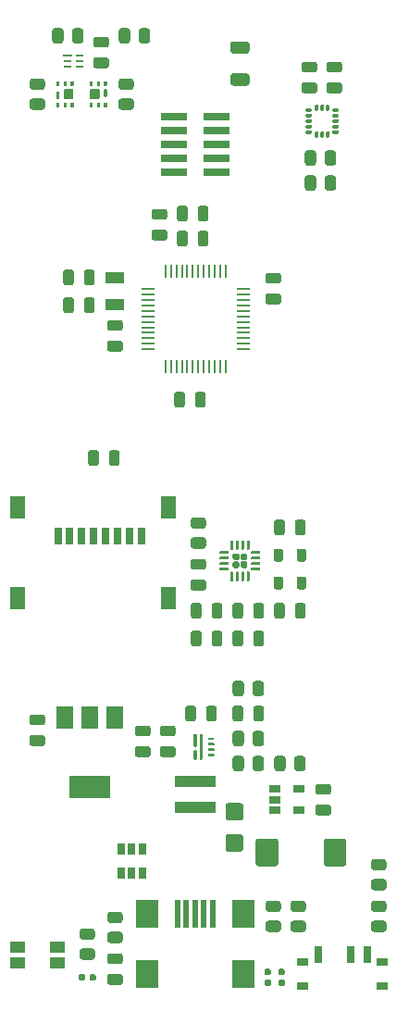
<source format=gtp>
G04 #@! TF.GenerationSoftware,KiCad,Pcbnew,5.1.12-84ad8e8a86~92~ubuntu18.04.1*
G04 #@! TF.CreationDate,2023-10-05T13:55:54+02:00*
G04 #@! TF.ProjectId,acoustic-impact-ball,61636f75-7374-4696-932d-696d70616374,rev?*
G04 #@! TF.SameCoordinates,Original*
G04 #@! TF.FileFunction,Paste,Top*
G04 #@! TF.FilePolarity,Positive*
%FSLAX46Y46*%
G04 Gerber Fmt 4.6, Leading zero omitted, Abs format (unit mm)*
G04 Created by KiCad (PCBNEW 5.1.12-84ad8e8a86~92~ubuntu18.04.1) date 2023-10-05 13:55:54*
%MOMM*%
%LPD*%
G01*
G04 APERTURE LIST*
%ADD10R,1.400000X1.050000*%
%ADD11R,0.650000X1.060000*%
%ADD12R,0.800000X1.500000*%
%ADD13R,1.450000X2.000000*%
%ADD14R,2.400000X0.740000*%
%ADD15R,0.700000X1.500000*%
%ADD16R,1.000000X0.800000*%
%ADD17R,1.300000X0.250000*%
%ADD18R,0.250000X1.300000*%
%ADD19R,1.060000X0.650000*%
%ADD20R,3.800000X2.000000*%
%ADD21R,1.500000X2.000000*%
%ADD22R,1.800000X1.000000*%
%ADD23R,0.600000X0.250000*%
%ADD24R,3.700000X0.980000*%
%ADD25R,2.000000X2.500000*%
%ADD26R,0.500000X2.500000*%
%ADD27R,0.850000X0.280000*%
%ADD28R,0.750000X0.280000*%
G04 APERTURE END LIST*
D10*
X2772000Y-87085000D03*
X6372000Y-87085000D03*
X6372000Y-85635000D03*
X2772000Y-85635000D03*
G36*
G01*
X17346000Y-19017000D02*
X17346000Y-18067000D01*
G75*
G02*
X17596000Y-17817000I250000J0D01*
G01*
X18096000Y-17817000D01*
G75*
G02*
X18346000Y-18067000I0J-250000D01*
G01*
X18346000Y-19017000D01*
G75*
G02*
X18096000Y-19267000I-250000J0D01*
G01*
X17596000Y-19267000D01*
G75*
G02*
X17346000Y-19017000I0J250000D01*
G01*
G37*
G36*
G01*
X19246000Y-19017000D02*
X19246000Y-18067000D01*
G75*
G02*
X19496000Y-17817000I250000J0D01*
G01*
X19996000Y-17817000D01*
G75*
G02*
X20246000Y-18067000I0J-250000D01*
G01*
X20246000Y-19017000D01*
G75*
G02*
X19996000Y-19267000I-250000J0D01*
G01*
X19496000Y-19267000D01*
G75*
G02*
X19246000Y-19017000I0J250000D01*
G01*
G37*
G36*
G01*
X18992000Y-36035000D02*
X18992000Y-35085000D01*
G75*
G02*
X19242000Y-34835000I250000J0D01*
G01*
X19742000Y-34835000D01*
G75*
G02*
X19992000Y-35085000I0J-250000D01*
G01*
X19992000Y-36035000D01*
G75*
G02*
X19742000Y-36285000I-250000J0D01*
G01*
X19242000Y-36285000D01*
G75*
G02*
X18992000Y-36035000I0J250000D01*
G01*
G37*
G36*
G01*
X17092000Y-36035000D02*
X17092000Y-35085000D01*
G75*
G02*
X17342000Y-34835000I250000J0D01*
G01*
X17842000Y-34835000D01*
G75*
G02*
X18092000Y-35085000I0J-250000D01*
G01*
X18092000Y-36035000D01*
G75*
G02*
X17842000Y-36285000I-250000J0D01*
G01*
X17342000Y-36285000D01*
G75*
G02*
X17092000Y-36035000I0J250000D01*
G01*
G37*
G36*
G01*
X12159000Y-31168000D02*
X11209000Y-31168000D01*
G75*
G02*
X10959000Y-30918000I0J250000D01*
G01*
X10959000Y-30418000D01*
G75*
G02*
X11209000Y-30168000I250000J0D01*
G01*
X12159000Y-30168000D01*
G75*
G02*
X12409000Y-30418000I0J-250000D01*
G01*
X12409000Y-30918000D01*
G75*
G02*
X12159000Y-31168000I-250000J0D01*
G01*
G37*
G36*
G01*
X12159000Y-29268000D02*
X11209000Y-29268000D01*
G75*
G02*
X10959000Y-29018000I0J250000D01*
G01*
X10959000Y-28518000D01*
G75*
G02*
X11209000Y-28268000I250000J0D01*
G01*
X12159000Y-28268000D01*
G75*
G02*
X12409000Y-28518000I0J-250000D01*
G01*
X12409000Y-29018000D01*
G75*
G02*
X12159000Y-29268000I-250000J0D01*
G01*
G37*
G36*
G01*
X25687000Y-25850000D02*
X26637000Y-25850000D01*
G75*
G02*
X26887000Y-26100000I0J-250000D01*
G01*
X26887000Y-26600000D01*
G75*
G02*
X26637000Y-26850000I-250000J0D01*
G01*
X25687000Y-26850000D01*
G75*
G02*
X25437000Y-26600000I0J250000D01*
G01*
X25437000Y-26100000D01*
G75*
G02*
X25687000Y-25850000I250000J0D01*
G01*
G37*
G36*
G01*
X25687000Y-23950000D02*
X26637000Y-23950000D01*
G75*
G02*
X26887000Y-24200000I0J-250000D01*
G01*
X26887000Y-24700000D01*
G75*
G02*
X26637000Y-24950000I-250000J0D01*
G01*
X25687000Y-24950000D01*
G75*
G02*
X25437000Y-24700000I0J250000D01*
G01*
X25437000Y-24200000D01*
G75*
G02*
X25687000Y-23950000I250000J0D01*
G01*
G37*
G36*
G01*
X17346000Y-21303000D02*
X17346000Y-20353000D01*
G75*
G02*
X17596000Y-20103000I250000J0D01*
G01*
X18096000Y-20103000D01*
G75*
G02*
X18346000Y-20353000I0J-250000D01*
G01*
X18346000Y-21303000D01*
G75*
G02*
X18096000Y-21553000I-250000J0D01*
G01*
X17596000Y-21553000D01*
G75*
G02*
X17346000Y-21303000I0J250000D01*
G01*
G37*
G36*
G01*
X19246000Y-21303000D02*
X19246000Y-20353000D01*
G75*
G02*
X19496000Y-20103000I250000J0D01*
G01*
X19996000Y-20103000D01*
G75*
G02*
X20246000Y-20353000I0J-250000D01*
G01*
X20246000Y-21303000D01*
G75*
G02*
X19996000Y-21553000I-250000J0D01*
G01*
X19496000Y-21553000D01*
G75*
G02*
X19246000Y-21303000I0J250000D01*
G01*
G37*
G36*
G01*
X16223000Y-19108000D02*
X15273000Y-19108000D01*
G75*
G02*
X15023000Y-18858000I0J250000D01*
G01*
X15023000Y-18358000D01*
G75*
G02*
X15273000Y-18108000I250000J0D01*
G01*
X16223000Y-18108000D01*
G75*
G02*
X16473000Y-18358000I0J-250000D01*
G01*
X16473000Y-18858000D01*
G75*
G02*
X16223000Y-19108000I-250000J0D01*
G01*
G37*
G36*
G01*
X16223000Y-21008000D02*
X15273000Y-21008000D01*
G75*
G02*
X15023000Y-20758000I0J250000D01*
G01*
X15023000Y-20258000D01*
G75*
G02*
X15273000Y-20008000I250000J0D01*
G01*
X16223000Y-20008000D01*
G75*
G02*
X16473000Y-20258000I0J-250000D01*
G01*
X16473000Y-20758000D01*
G75*
G02*
X16223000Y-21008000I-250000J0D01*
G01*
G37*
G36*
G01*
X29939000Y-7546000D02*
X28989000Y-7546000D01*
G75*
G02*
X28739000Y-7296000I0J250000D01*
G01*
X28739000Y-6796000D01*
G75*
G02*
X28989000Y-6546000I250000J0D01*
G01*
X29939000Y-6546000D01*
G75*
G02*
X30189000Y-6796000I0J-250000D01*
G01*
X30189000Y-7296000D01*
G75*
G02*
X29939000Y-7546000I-250000J0D01*
G01*
G37*
G36*
G01*
X29939000Y-5646000D02*
X28989000Y-5646000D01*
G75*
G02*
X28739000Y-5396000I0J250000D01*
G01*
X28739000Y-4896000D01*
G75*
G02*
X28989000Y-4646000I250000J0D01*
G01*
X29939000Y-4646000D01*
G75*
G02*
X30189000Y-4896000I0J-250000D01*
G01*
X30189000Y-5396000D01*
G75*
G02*
X29939000Y-5646000I-250000J0D01*
G01*
G37*
G36*
G01*
X32225000Y-5646000D02*
X31275000Y-5646000D01*
G75*
G02*
X31025000Y-5396000I0J250000D01*
G01*
X31025000Y-4896000D01*
G75*
G02*
X31275000Y-4646000I250000J0D01*
G01*
X32225000Y-4646000D01*
G75*
G02*
X32475000Y-4896000I0J-250000D01*
G01*
X32475000Y-5396000D01*
G75*
G02*
X32225000Y-5646000I-250000J0D01*
G01*
G37*
G36*
G01*
X32225000Y-7546000D02*
X31275000Y-7546000D01*
G75*
G02*
X31025000Y-7296000I0J250000D01*
G01*
X31025000Y-6796000D01*
G75*
G02*
X31275000Y-6546000I250000J0D01*
G01*
X32225000Y-6546000D01*
G75*
G02*
X32475000Y-6796000I0J-250000D01*
G01*
X32475000Y-7296000D01*
G75*
G02*
X32225000Y-7546000I-250000J0D01*
G01*
G37*
G36*
G01*
X8832000Y-24859000D02*
X8832000Y-23909000D01*
G75*
G02*
X9082000Y-23659000I250000J0D01*
G01*
X9582000Y-23659000D01*
G75*
G02*
X9832000Y-23909000I0J-250000D01*
G01*
X9832000Y-24859000D01*
G75*
G02*
X9582000Y-25109000I-250000J0D01*
G01*
X9082000Y-25109000D01*
G75*
G02*
X8832000Y-24859000I0J250000D01*
G01*
G37*
G36*
G01*
X6932000Y-24859000D02*
X6932000Y-23909000D01*
G75*
G02*
X7182000Y-23659000I250000J0D01*
G01*
X7682000Y-23659000D01*
G75*
G02*
X7932000Y-23909000I0J-250000D01*
G01*
X7932000Y-24859000D01*
G75*
G02*
X7682000Y-25109000I-250000J0D01*
G01*
X7182000Y-25109000D01*
G75*
G02*
X6932000Y-24859000I0J250000D01*
G01*
G37*
G36*
G01*
X6932000Y-27399000D02*
X6932000Y-26449000D01*
G75*
G02*
X7182000Y-26199000I250000J0D01*
G01*
X7682000Y-26199000D01*
G75*
G02*
X7932000Y-26449000I0J-250000D01*
G01*
X7932000Y-27399000D01*
G75*
G02*
X7682000Y-27649000I-250000J0D01*
G01*
X7182000Y-27649000D01*
G75*
G02*
X6932000Y-27399000I0J250000D01*
G01*
G37*
G36*
G01*
X8832000Y-27399000D02*
X8832000Y-26449000D01*
G75*
G02*
X9082000Y-26199000I250000J0D01*
G01*
X9582000Y-26199000D01*
G75*
G02*
X9832000Y-26449000I0J-250000D01*
G01*
X9832000Y-27399000D01*
G75*
G02*
X9582000Y-27649000I-250000J0D01*
G01*
X9082000Y-27649000D01*
G75*
G02*
X8832000Y-27399000I0J250000D01*
G01*
G37*
G36*
G01*
X9218000Y-41369000D02*
X9218000Y-40419000D01*
G75*
G02*
X9468000Y-40169000I250000J0D01*
G01*
X9968000Y-40169000D01*
G75*
G02*
X10218000Y-40419000I0J-250000D01*
G01*
X10218000Y-41369000D01*
G75*
G02*
X9968000Y-41619000I-250000J0D01*
G01*
X9468000Y-41619000D01*
G75*
G02*
X9218000Y-41369000I0J250000D01*
G01*
G37*
G36*
G01*
X11118000Y-41369000D02*
X11118000Y-40419000D01*
G75*
G02*
X11368000Y-40169000I250000J0D01*
G01*
X11868000Y-40169000D01*
G75*
G02*
X12118000Y-40419000I0J-250000D01*
G01*
X12118000Y-41369000D01*
G75*
G02*
X11868000Y-41619000I-250000J0D01*
G01*
X11368000Y-41619000D01*
G75*
G02*
X11118000Y-41369000I0J250000D01*
G01*
G37*
G36*
G01*
X19779000Y-51112000D02*
X18829000Y-51112000D01*
G75*
G02*
X18579000Y-50862000I0J250000D01*
G01*
X18579000Y-50362000D01*
G75*
G02*
X18829000Y-50112000I250000J0D01*
G01*
X19779000Y-50112000D01*
G75*
G02*
X20029000Y-50362000I0J-250000D01*
G01*
X20029000Y-50862000D01*
G75*
G02*
X19779000Y-51112000I-250000J0D01*
G01*
G37*
G36*
G01*
X19779000Y-53012000D02*
X18829000Y-53012000D01*
G75*
G02*
X18579000Y-52762000I0J250000D01*
G01*
X18579000Y-52262000D01*
G75*
G02*
X18829000Y-52012000I250000J0D01*
G01*
X19779000Y-52012000D01*
G75*
G02*
X20029000Y-52262000I0J-250000D01*
G01*
X20029000Y-52762000D01*
G75*
G02*
X19779000Y-53012000I-250000J0D01*
G01*
G37*
G36*
G01*
X24326000Y-55339000D02*
X24326000Y-54389000D01*
G75*
G02*
X24576000Y-54139000I250000J0D01*
G01*
X25076000Y-54139000D01*
G75*
G02*
X25326000Y-54389000I0J-250000D01*
G01*
X25326000Y-55339000D01*
G75*
G02*
X25076000Y-55589000I-250000J0D01*
G01*
X24576000Y-55589000D01*
G75*
G02*
X24326000Y-55339000I0J250000D01*
G01*
G37*
G36*
G01*
X22426000Y-55339000D02*
X22426000Y-54389000D01*
G75*
G02*
X22676000Y-54139000I250000J0D01*
G01*
X23176000Y-54139000D01*
G75*
G02*
X23426000Y-54389000I0J-250000D01*
G01*
X23426000Y-55339000D01*
G75*
G02*
X23176000Y-55589000I-250000J0D01*
G01*
X22676000Y-55589000D01*
G75*
G02*
X22426000Y-55339000I0J250000D01*
G01*
G37*
G36*
G01*
X21516000Y-54389000D02*
X21516000Y-55339000D01*
G75*
G02*
X21266000Y-55589000I-250000J0D01*
G01*
X20766000Y-55589000D01*
G75*
G02*
X20516000Y-55339000I0J250000D01*
G01*
X20516000Y-54389000D01*
G75*
G02*
X20766000Y-54139000I250000J0D01*
G01*
X21266000Y-54139000D01*
G75*
G02*
X21516000Y-54389000I0J-250000D01*
G01*
G37*
G36*
G01*
X19616000Y-54389000D02*
X19616000Y-55339000D01*
G75*
G02*
X19366000Y-55589000I-250000J0D01*
G01*
X18866000Y-55589000D01*
G75*
G02*
X18616000Y-55339000I0J250000D01*
G01*
X18616000Y-54389000D01*
G75*
G02*
X18866000Y-54139000I250000J0D01*
G01*
X19366000Y-54139000D01*
G75*
G02*
X19616000Y-54389000I0J-250000D01*
G01*
G37*
G36*
G01*
X27236000Y-54389000D02*
X27236000Y-55339000D01*
G75*
G02*
X26986000Y-55589000I-250000J0D01*
G01*
X26486000Y-55589000D01*
G75*
G02*
X26236000Y-55339000I0J250000D01*
G01*
X26236000Y-54389000D01*
G75*
G02*
X26486000Y-54139000I250000J0D01*
G01*
X26986000Y-54139000D01*
G75*
G02*
X27236000Y-54389000I0J-250000D01*
G01*
G37*
G36*
G01*
X29136000Y-54389000D02*
X29136000Y-55339000D01*
G75*
G02*
X28886000Y-55589000I-250000J0D01*
G01*
X28386000Y-55589000D01*
G75*
G02*
X28136000Y-55339000I0J250000D01*
G01*
X28136000Y-54389000D01*
G75*
G02*
X28386000Y-54139000I250000J0D01*
G01*
X28886000Y-54139000D01*
G75*
G02*
X29136000Y-54389000I0J-250000D01*
G01*
G37*
G36*
G01*
X29136000Y-46769000D02*
X29136000Y-47719000D01*
G75*
G02*
X28886000Y-47969000I-250000J0D01*
G01*
X28386000Y-47969000D01*
G75*
G02*
X28136000Y-47719000I0J250000D01*
G01*
X28136000Y-46769000D01*
G75*
G02*
X28386000Y-46519000I250000J0D01*
G01*
X28886000Y-46519000D01*
G75*
G02*
X29136000Y-46769000I0J-250000D01*
G01*
G37*
G36*
G01*
X27236000Y-46769000D02*
X27236000Y-47719000D01*
G75*
G02*
X26986000Y-47969000I-250000J0D01*
G01*
X26486000Y-47969000D01*
G75*
G02*
X26236000Y-47719000I0J250000D01*
G01*
X26236000Y-46769000D01*
G75*
G02*
X26486000Y-46519000I250000J0D01*
G01*
X26986000Y-46519000D01*
G75*
G02*
X27236000Y-46769000I0J-250000D01*
G01*
G37*
G36*
G01*
X31209000Y-71686000D02*
X30259000Y-71686000D01*
G75*
G02*
X30009000Y-71436000I0J250000D01*
G01*
X30009000Y-70936000D01*
G75*
G02*
X30259000Y-70686000I250000J0D01*
G01*
X31209000Y-70686000D01*
G75*
G02*
X31459000Y-70936000I0J-250000D01*
G01*
X31459000Y-71436000D01*
G75*
G02*
X31209000Y-71686000I-250000J0D01*
G01*
G37*
G36*
G01*
X31209000Y-73586000D02*
X30259000Y-73586000D01*
G75*
G02*
X30009000Y-73336000I0J250000D01*
G01*
X30009000Y-72836000D01*
G75*
G02*
X30259000Y-72586000I250000J0D01*
G01*
X31209000Y-72586000D01*
G75*
G02*
X31459000Y-72836000I0J-250000D01*
G01*
X31459000Y-73336000D01*
G75*
G02*
X31209000Y-73586000I-250000J0D01*
G01*
G37*
G36*
G01*
X19108000Y-63787000D02*
X19108000Y-64737000D01*
G75*
G02*
X18858000Y-64987000I-250000J0D01*
G01*
X18358000Y-64987000D01*
G75*
G02*
X18108000Y-64737000I0J250000D01*
G01*
X18108000Y-63787000D01*
G75*
G02*
X18358000Y-63537000I250000J0D01*
G01*
X18858000Y-63537000D01*
G75*
G02*
X19108000Y-63787000I0J-250000D01*
G01*
G37*
G36*
G01*
X21008000Y-63787000D02*
X21008000Y-64737000D01*
G75*
G02*
X20758000Y-64987000I-250000J0D01*
G01*
X20258000Y-64987000D01*
G75*
G02*
X20008000Y-64737000I0J250000D01*
G01*
X20008000Y-63787000D01*
G75*
G02*
X20258000Y-63537000I250000J0D01*
G01*
X20758000Y-63537000D01*
G75*
G02*
X21008000Y-63787000I0J-250000D01*
G01*
G37*
G36*
G01*
X4097000Y-64336000D02*
X5047000Y-64336000D01*
G75*
G02*
X5297000Y-64586000I0J-250000D01*
G01*
X5297000Y-65086000D01*
G75*
G02*
X5047000Y-65336000I-250000J0D01*
G01*
X4097000Y-65336000D01*
G75*
G02*
X3847000Y-65086000I0J250000D01*
G01*
X3847000Y-64586000D01*
G75*
G02*
X4097000Y-64336000I250000J0D01*
G01*
G37*
G36*
G01*
X4097000Y-66236000D02*
X5047000Y-66236000D01*
G75*
G02*
X5297000Y-66486000I0J-250000D01*
G01*
X5297000Y-66986000D01*
G75*
G02*
X5047000Y-67236000I-250000J0D01*
G01*
X4097000Y-67236000D01*
G75*
G02*
X3847000Y-66986000I0J250000D01*
G01*
X3847000Y-66486000D01*
G75*
G02*
X4097000Y-66236000I250000J0D01*
G01*
G37*
G36*
G01*
X12159000Y-89080000D02*
X11209000Y-89080000D01*
G75*
G02*
X10959000Y-88830000I0J250000D01*
G01*
X10959000Y-88330000D01*
G75*
G02*
X11209000Y-88080000I250000J0D01*
G01*
X12159000Y-88080000D01*
G75*
G02*
X12409000Y-88330000I0J-250000D01*
G01*
X12409000Y-88830000D01*
G75*
G02*
X12159000Y-89080000I-250000J0D01*
G01*
G37*
G36*
G01*
X12159000Y-87180000D02*
X11209000Y-87180000D01*
G75*
G02*
X10959000Y-86930000I0J250000D01*
G01*
X10959000Y-86430000D01*
G75*
G02*
X11209000Y-86180000I250000J0D01*
G01*
X12159000Y-86180000D01*
G75*
G02*
X12409000Y-86430000I0J-250000D01*
G01*
X12409000Y-86930000D01*
G75*
G02*
X12159000Y-87180000I-250000J0D01*
G01*
G37*
G36*
G01*
X9939000Y-2360000D02*
X10889000Y-2360000D01*
G75*
G02*
X11139000Y-2610000I0J-250000D01*
G01*
X11139000Y-3110000D01*
G75*
G02*
X10889000Y-3360000I-250000J0D01*
G01*
X9939000Y-3360000D01*
G75*
G02*
X9689000Y-3110000I0J250000D01*
G01*
X9689000Y-2610000D01*
G75*
G02*
X9939000Y-2360000I250000J0D01*
G01*
G37*
G36*
G01*
X9939000Y-4260000D02*
X10889000Y-4260000D01*
G75*
G02*
X11139000Y-4510000I0J-250000D01*
G01*
X11139000Y-5010000D01*
G75*
G02*
X10889000Y-5260000I-250000J0D01*
G01*
X9939000Y-5260000D01*
G75*
G02*
X9689000Y-5010000I0J250000D01*
G01*
X9689000Y-4510000D01*
G75*
G02*
X9939000Y-4260000I250000J0D01*
G01*
G37*
D11*
X12258000Y-78824000D03*
X13208000Y-78824000D03*
X14158000Y-78824000D03*
X14158000Y-76624000D03*
X12258000Y-76624000D03*
X13208000Y-76624000D03*
G36*
G01*
X22031000Y-72451000D02*
X23181000Y-72451000D01*
G75*
G02*
X23431000Y-72701000I0J-250000D01*
G01*
X23431000Y-73801000D01*
G75*
G02*
X23181000Y-74051000I-250000J0D01*
G01*
X22031000Y-74051000D01*
G75*
G02*
X21781000Y-73801000I0J250000D01*
G01*
X21781000Y-72701000D01*
G75*
G02*
X22031000Y-72451000I250000J0D01*
G01*
G37*
G36*
G01*
X22031000Y-75301000D02*
X23181000Y-75301000D01*
G75*
G02*
X23431000Y-75551000I0J-250000D01*
G01*
X23431000Y-76651000D01*
G75*
G02*
X23181000Y-76901000I-250000J0D01*
G01*
X22031000Y-76901000D01*
G75*
G02*
X21781000Y-76651000I0J250000D01*
G01*
X21781000Y-75551000D01*
G75*
G02*
X22031000Y-75301000I250000J0D01*
G01*
G37*
D12*
X6452000Y-48018000D03*
X7552000Y-48018000D03*
X8652000Y-48018000D03*
X9752000Y-48018000D03*
X10852000Y-48018000D03*
X11952000Y-48018000D03*
X13052000Y-48018000D03*
X14152000Y-48018000D03*
D13*
X2777000Y-45418000D03*
X2777000Y-53718000D03*
X16527000Y-45418000D03*
X16527000Y-53718000D03*
D14*
X21000000Y-14732000D03*
X17100000Y-14732000D03*
X21000000Y-13462000D03*
X17100000Y-13462000D03*
X21000000Y-12192000D03*
X17100000Y-12192000D03*
X21000000Y-10922000D03*
X17100000Y-10922000D03*
X21000000Y-9652000D03*
X17100000Y-9652000D03*
G36*
G01*
X26186000Y-52705250D02*
X26186000Y-51942750D01*
G75*
G02*
X26404750Y-51724000I218750J0D01*
G01*
X26842250Y-51724000D01*
G75*
G02*
X27061000Y-51942750I0J-218750D01*
G01*
X27061000Y-52705250D01*
G75*
G02*
X26842250Y-52924000I-218750J0D01*
G01*
X26404750Y-52924000D01*
G75*
G02*
X26186000Y-52705250I0J218750D01*
G01*
G37*
G36*
G01*
X28311000Y-52705250D02*
X28311000Y-51942750D01*
G75*
G02*
X28529750Y-51724000I218750J0D01*
G01*
X28967250Y-51724000D01*
G75*
G02*
X29186000Y-51942750I0J-218750D01*
G01*
X29186000Y-52705250D01*
G75*
G02*
X28967250Y-52924000I-218750J0D01*
G01*
X28529750Y-52924000D01*
G75*
G02*
X28311000Y-52705250I0J218750D01*
G01*
G37*
G36*
G01*
X28311000Y-50165250D02*
X28311000Y-49402750D01*
G75*
G02*
X28529750Y-49184000I218750J0D01*
G01*
X28967250Y-49184000D01*
G75*
G02*
X29186000Y-49402750I0J-218750D01*
G01*
X29186000Y-50165250D01*
G75*
G02*
X28967250Y-50384000I-218750J0D01*
G01*
X28529750Y-50384000D01*
G75*
G02*
X28311000Y-50165250I0J218750D01*
G01*
G37*
G36*
G01*
X26186000Y-50165250D02*
X26186000Y-49402750D01*
G75*
G02*
X26404750Y-49184000I218750J0D01*
G01*
X26842250Y-49184000D01*
G75*
G02*
X27061000Y-49402750I0J-218750D01*
G01*
X27061000Y-50165250D01*
G75*
G02*
X26842250Y-50384000I-218750J0D01*
G01*
X26404750Y-50384000D01*
G75*
G02*
X26186000Y-50165250I0J218750D01*
G01*
G37*
G36*
G01*
X31905000Y-13011998D02*
X31905000Y-13912002D01*
G75*
G02*
X31655002Y-14162000I-249998J0D01*
G01*
X31129998Y-14162000D01*
G75*
G02*
X30880000Y-13912002I0J249998D01*
G01*
X30880000Y-13011998D01*
G75*
G02*
X31129998Y-12762000I249998J0D01*
G01*
X31655002Y-12762000D01*
G75*
G02*
X31905000Y-13011998I0J-249998D01*
G01*
G37*
G36*
G01*
X30080000Y-13011998D02*
X30080000Y-13912002D01*
G75*
G02*
X29830002Y-14162000I-249998J0D01*
G01*
X29304998Y-14162000D01*
G75*
G02*
X29055000Y-13912002I0J249998D01*
G01*
X29055000Y-13011998D01*
G75*
G02*
X29304998Y-12762000I249998J0D01*
G01*
X29830002Y-12762000D01*
G75*
G02*
X30080000Y-13011998I0J-249998D01*
G01*
G37*
G36*
G01*
X30080000Y-15297998D02*
X30080000Y-16198002D01*
G75*
G02*
X29830002Y-16448000I-249998J0D01*
G01*
X29304998Y-16448000D01*
G75*
G02*
X29055000Y-16198002I0J249998D01*
G01*
X29055000Y-15297998D01*
G75*
G02*
X29304998Y-15048000I249998J0D01*
G01*
X29830002Y-15048000D01*
G75*
G02*
X30080000Y-15297998I0J-249998D01*
G01*
G37*
G36*
G01*
X31905000Y-15297998D02*
X31905000Y-16198002D01*
G75*
G02*
X31655002Y-16448000I-249998J0D01*
G01*
X31129998Y-16448000D01*
G75*
G02*
X30880000Y-16198002I0J249998D01*
G01*
X30880000Y-15297998D01*
G75*
G02*
X31129998Y-15048000I249998J0D01*
G01*
X31655002Y-15048000D01*
G75*
G02*
X31905000Y-15297998I0J-249998D01*
G01*
G37*
G36*
G01*
X19754002Y-47352000D02*
X18853998Y-47352000D01*
G75*
G02*
X18604000Y-47102002I0J249998D01*
G01*
X18604000Y-46576998D01*
G75*
G02*
X18853998Y-46327000I249998J0D01*
G01*
X19754002Y-46327000D01*
G75*
G02*
X20004000Y-46576998I0J-249998D01*
G01*
X20004000Y-47102002D01*
G75*
G02*
X19754002Y-47352000I-249998J0D01*
G01*
G37*
G36*
G01*
X19754002Y-49177000D02*
X18853998Y-49177000D01*
G75*
G02*
X18604000Y-48927002I0J249998D01*
G01*
X18604000Y-48401998D01*
G75*
G02*
X18853998Y-48152000I249998J0D01*
G01*
X19754002Y-48152000D01*
G75*
G02*
X20004000Y-48401998I0J-249998D01*
G01*
X20004000Y-48927002D01*
G75*
G02*
X19754002Y-49177000I-249998J0D01*
G01*
G37*
G36*
G01*
X25711998Y-81379000D02*
X26612002Y-81379000D01*
G75*
G02*
X26862000Y-81628998I0J-249998D01*
G01*
X26862000Y-82154002D01*
G75*
G02*
X26612002Y-82404000I-249998J0D01*
G01*
X25711998Y-82404000D01*
G75*
G02*
X25462000Y-82154002I0J249998D01*
G01*
X25462000Y-81628998D01*
G75*
G02*
X25711998Y-81379000I249998J0D01*
G01*
G37*
G36*
G01*
X25711998Y-83204000D02*
X26612002Y-83204000D01*
G75*
G02*
X26862000Y-83453998I0J-249998D01*
G01*
X26862000Y-83979002D01*
G75*
G02*
X26612002Y-84229000I-249998J0D01*
G01*
X25711998Y-84229000D01*
G75*
G02*
X25462000Y-83979002I0J249998D01*
G01*
X25462000Y-83453998D01*
G75*
G02*
X25711998Y-83204000I249998J0D01*
G01*
G37*
G36*
G01*
X8693998Y-83919000D02*
X9594002Y-83919000D01*
G75*
G02*
X9844000Y-84168998I0J-249998D01*
G01*
X9844000Y-84694002D01*
G75*
G02*
X9594002Y-84944000I-249998J0D01*
G01*
X8693998Y-84944000D01*
G75*
G02*
X8444000Y-84694002I0J249998D01*
G01*
X8444000Y-84168998D01*
G75*
G02*
X8693998Y-83919000I249998J0D01*
G01*
G37*
G36*
G01*
X8693998Y-85744000D02*
X9594002Y-85744000D01*
G75*
G02*
X9844000Y-85993998I0J-249998D01*
G01*
X9844000Y-86519002D01*
G75*
G02*
X9594002Y-86769000I-249998J0D01*
G01*
X8693998Y-86769000D01*
G75*
G02*
X8444000Y-86519002I0J249998D01*
G01*
X8444000Y-85993998D01*
G75*
G02*
X8693998Y-85744000I249998J0D01*
G01*
G37*
G36*
G01*
X23476000Y-66097998D02*
X23476000Y-66998002D01*
G75*
G02*
X23226002Y-67248000I-249998J0D01*
G01*
X22700998Y-67248000D01*
G75*
G02*
X22451000Y-66998002I0J249998D01*
G01*
X22451000Y-66097998D01*
G75*
G02*
X22700998Y-65848000I249998J0D01*
G01*
X23226002Y-65848000D01*
G75*
G02*
X23476000Y-66097998I0J-249998D01*
G01*
G37*
G36*
G01*
X25301000Y-66097998D02*
X25301000Y-66998002D01*
G75*
G02*
X25051002Y-67248000I-249998J0D01*
G01*
X24525998Y-67248000D01*
G75*
G02*
X24276000Y-66998002I0J249998D01*
G01*
X24276000Y-66097998D01*
G75*
G02*
X24525998Y-65848000I249998J0D01*
G01*
X25051002Y-65848000D01*
G75*
G02*
X25301000Y-66097998I0J-249998D01*
G01*
G37*
G36*
G01*
X29111000Y-68383998D02*
X29111000Y-69284002D01*
G75*
G02*
X28861002Y-69534000I-249998J0D01*
G01*
X28335998Y-69534000D01*
G75*
G02*
X28086000Y-69284002I0J249998D01*
G01*
X28086000Y-68383998D01*
G75*
G02*
X28335998Y-68134000I249998J0D01*
G01*
X28861002Y-68134000D01*
G75*
G02*
X29111000Y-68383998I0J-249998D01*
G01*
G37*
G36*
G01*
X27286000Y-68384100D02*
X27286000Y-69283900D01*
G75*
G02*
X27035900Y-69534000I-250100J0D01*
G01*
X26511100Y-69534000D01*
G75*
G02*
X26261000Y-69283900I0J250100D01*
G01*
X26261000Y-68384100D01*
G75*
G02*
X26511100Y-68134000I250100J0D01*
G01*
X27035900Y-68134000D01*
G75*
G02*
X27286000Y-68384100I0J-250100D01*
G01*
G37*
G36*
G01*
X24276000Y-62426002D02*
X24276000Y-61525998D01*
G75*
G02*
X24525998Y-61276000I249998J0D01*
G01*
X25051002Y-61276000D01*
G75*
G02*
X25301000Y-61525998I0J-249998D01*
G01*
X25301000Y-62426002D01*
G75*
G02*
X25051002Y-62676000I-249998J0D01*
G01*
X24525998Y-62676000D01*
G75*
G02*
X24276000Y-62426002I0J249998D01*
G01*
G37*
G36*
G01*
X22451000Y-62426002D02*
X22451000Y-61525998D01*
G75*
G02*
X22700998Y-61276000I249998J0D01*
G01*
X23226002Y-61276000D01*
G75*
G02*
X23476000Y-61525998I0J-249998D01*
G01*
X23476000Y-62426002D01*
G75*
G02*
X23226002Y-62676000I-249998J0D01*
G01*
X22700998Y-62676000D01*
G75*
G02*
X22451000Y-62426002I0J249998D01*
G01*
G37*
G36*
G01*
X22451000Y-69284002D02*
X22451000Y-68383998D01*
G75*
G02*
X22700998Y-68134000I249998J0D01*
G01*
X23226002Y-68134000D01*
G75*
G02*
X23476000Y-68383998I0J-249998D01*
G01*
X23476000Y-69284002D01*
G75*
G02*
X23226002Y-69534000I-249998J0D01*
G01*
X22700998Y-69534000D01*
G75*
G02*
X22451000Y-69284002I0J249998D01*
G01*
G37*
G36*
G01*
X24276000Y-69283900D02*
X24276000Y-68384100D01*
G75*
G02*
X24526100Y-68134000I250100J0D01*
G01*
X25050900Y-68134000D01*
G75*
G02*
X25301000Y-68384100I0J-250100D01*
G01*
X25301000Y-69283900D01*
G75*
G02*
X25050900Y-69534000I-250100J0D01*
G01*
X24526100Y-69534000D01*
G75*
G02*
X24276000Y-69283900I0J250100D01*
G01*
G37*
G36*
G01*
X36264002Y-84229000D02*
X35363998Y-84229000D01*
G75*
G02*
X35114000Y-83979002I0J249998D01*
G01*
X35114000Y-83453998D01*
G75*
G02*
X35363998Y-83204000I249998J0D01*
G01*
X36264002Y-83204000D01*
G75*
G02*
X36514000Y-83453998I0J-249998D01*
G01*
X36514000Y-83979002D01*
G75*
G02*
X36264002Y-84229000I-249998J0D01*
G01*
G37*
G36*
G01*
X36264002Y-82404000D02*
X35363998Y-82404000D01*
G75*
G02*
X35114000Y-82154002I0J249998D01*
G01*
X35114000Y-81628998D01*
G75*
G02*
X35363998Y-81379000I249998J0D01*
G01*
X36264002Y-81379000D01*
G75*
G02*
X36514000Y-81628998I0J-249998D01*
G01*
X36514000Y-82154002D01*
G75*
G02*
X36264002Y-82404000I-249998J0D01*
G01*
G37*
G36*
G01*
X11233998Y-84220000D02*
X12134002Y-84220000D01*
G75*
G02*
X12384000Y-84469998I0J-249998D01*
G01*
X12384000Y-84995002D01*
G75*
G02*
X12134002Y-85245000I-249998J0D01*
G01*
X11233998Y-85245000D01*
G75*
G02*
X10984000Y-84995002I0J249998D01*
G01*
X10984000Y-84469998D01*
G75*
G02*
X11233998Y-84220000I249998J0D01*
G01*
G37*
G36*
G01*
X11233998Y-82395000D02*
X12134002Y-82395000D01*
G75*
G02*
X12384000Y-82644998I0J-249998D01*
G01*
X12384000Y-83170002D01*
G75*
G02*
X12134002Y-83420000I-249998J0D01*
G01*
X11233998Y-83420000D01*
G75*
G02*
X10984000Y-83170002I0J249998D01*
G01*
X10984000Y-82644998D01*
G75*
G02*
X11233998Y-82395000I249998J0D01*
G01*
G37*
G36*
G01*
X36264002Y-78594000D02*
X35363998Y-78594000D01*
G75*
G02*
X35114000Y-78344002I0J249998D01*
G01*
X35114000Y-77818998D01*
G75*
G02*
X35363998Y-77569000I249998J0D01*
G01*
X36264002Y-77569000D01*
G75*
G02*
X36514000Y-77818998I0J-249998D01*
G01*
X36514000Y-78344002D01*
G75*
G02*
X36264002Y-78594000I-249998J0D01*
G01*
G37*
G36*
G01*
X36264002Y-80419000D02*
X35363998Y-80419000D01*
G75*
G02*
X35114000Y-80169002I0J249998D01*
G01*
X35114000Y-79643998D01*
G75*
G02*
X35363998Y-79394000I249998J0D01*
G01*
X36264002Y-79394000D01*
G75*
G02*
X36514000Y-79643998I0J-249998D01*
G01*
X36514000Y-80169002D01*
G75*
G02*
X36264002Y-80419000I-249998J0D01*
G01*
G37*
G36*
G01*
X14887000Y-1835998D02*
X14887000Y-2736002D01*
G75*
G02*
X14637002Y-2986000I-249998J0D01*
G01*
X14111998Y-2986000D01*
G75*
G02*
X13862000Y-2736002I0J249998D01*
G01*
X13862000Y-1835998D01*
G75*
G02*
X14111998Y-1586000I249998J0D01*
G01*
X14637002Y-1586000D01*
G75*
G02*
X14887000Y-1835998I0J-249998D01*
G01*
G37*
G36*
G01*
X13062000Y-1835998D02*
X13062000Y-2736002D01*
G75*
G02*
X12812002Y-2986000I-249998J0D01*
G01*
X12286998Y-2986000D01*
G75*
G02*
X12037000Y-2736002I0J249998D01*
G01*
X12037000Y-1835998D01*
G75*
G02*
X12286998Y-1586000I249998J0D01*
G01*
X12812002Y-1586000D01*
G75*
G02*
X13062000Y-1835998I0J-249998D01*
G01*
G37*
G36*
G01*
X8791000Y-1835998D02*
X8791000Y-2736002D01*
G75*
G02*
X8541002Y-2986000I-249998J0D01*
G01*
X8015998Y-2986000D01*
G75*
G02*
X7766000Y-2736002I0J249998D01*
G01*
X7766000Y-1835998D01*
G75*
G02*
X8015998Y-1586000I249998J0D01*
G01*
X8541002Y-1586000D01*
G75*
G02*
X8791000Y-1835998I0J-249998D01*
G01*
G37*
G36*
G01*
X6966000Y-1835998D02*
X6966000Y-2736002D01*
G75*
G02*
X6716002Y-2986000I-249998J0D01*
G01*
X6190998Y-2986000D01*
G75*
G02*
X5941000Y-2736002I0J249998D01*
G01*
X5941000Y-1835998D01*
G75*
G02*
X6190998Y-1586000I249998J0D01*
G01*
X6716002Y-1586000D01*
G75*
G02*
X6966000Y-1835998I0J-249998D01*
G01*
G37*
D15*
X30262000Y-86294000D03*
X33262000Y-86294000D03*
X34762000Y-86294000D03*
D16*
X28862000Y-89154000D03*
X36162000Y-89154000D03*
X36162000Y-86944000D03*
X28862000Y-86944000D03*
G36*
G01*
X29137000Y-9174500D02*
X29137000Y-8999500D01*
G75*
G02*
X29224500Y-8912000I87500J0D01*
G01*
X29599500Y-8912000D01*
G75*
G02*
X29687000Y-8999500I0J-87500D01*
G01*
X29687000Y-9174500D01*
G75*
G02*
X29599500Y-9262000I-87500J0D01*
G01*
X29224500Y-9262000D01*
G75*
G02*
X29137000Y-9174500I0J87500D01*
G01*
G37*
G36*
G01*
X29137000Y-9674500D02*
X29137000Y-9499500D01*
G75*
G02*
X29224500Y-9412000I87500J0D01*
G01*
X29599500Y-9412000D01*
G75*
G02*
X29687000Y-9499500I0J-87500D01*
G01*
X29687000Y-9674500D01*
G75*
G02*
X29599500Y-9762000I-87500J0D01*
G01*
X29224500Y-9762000D01*
G75*
G02*
X29137000Y-9674500I0J87500D01*
G01*
G37*
G36*
G01*
X29137000Y-10174500D02*
X29137000Y-9999500D01*
G75*
G02*
X29224500Y-9912000I87500J0D01*
G01*
X29599500Y-9912000D01*
G75*
G02*
X29687000Y-9999500I0J-87500D01*
G01*
X29687000Y-10174500D01*
G75*
G02*
X29599500Y-10262000I-87500J0D01*
G01*
X29224500Y-10262000D01*
G75*
G02*
X29137000Y-10174500I0J87500D01*
G01*
G37*
G36*
G01*
X29137000Y-10674500D02*
X29137000Y-10499500D01*
G75*
G02*
X29224500Y-10412000I87500J0D01*
G01*
X29599500Y-10412000D01*
G75*
G02*
X29687000Y-10499500I0J-87500D01*
G01*
X29687000Y-10674500D01*
G75*
G02*
X29599500Y-10762000I-87500J0D01*
G01*
X29224500Y-10762000D01*
G75*
G02*
X29137000Y-10674500I0J87500D01*
G01*
G37*
G36*
G01*
X29137000Y-11174500D02*
X29137000Y-10999500D01*
G75*
G02*
X29224500Y-10912000I87500J0D01*
G01*
X29599500Y-10912000D01*
G75*
G02*
X29687000Y-10999500I0J-87500D01*
G01*
X29687000Y-11174500D01*
G75*
G02*
X29599500Y-11262000I-87500J0D01*
G01*
X29224500Y-11262000D01*
G75*
G02*
X29137000Y-11174500I0J87500D01*
G01*
G37*
G36*
G01*
X29962000Y-11499500D02*
X29962000Y-11124500D01*
G75*
G02*
X30049500Y-11037000I87500J0D01*
G01*
X30224500Y-11037000D01*
G75*
G02*
X30312000Y-11124500I0J-87500D01*
G01*
X30312000Y-11499500D01*
G75*
G02*
X30224500Y-11587000I-87500J0D01*
G01*
X30049500Y-11587000D01*
G75*
G02*
X29962000Y-11499500I0J87500D01*
G01*
G37*
G36*
G01*
X30462000Y-11499500D02*
X30462000Y-11124500D01*
G75*
G02*
X30549500Y-11037000I87500J0D01*
G01*
X30724500Y-11037000D01*
G75*
G02*
X30812000Y-11124500I0J-87500D01*
G01*
X30812000Y-11499500D01*
G75*
G02*
X30724500Y-11587000I-87500J0D01*
G01*
X30549500Y-11587000D01*
G75*
G02*
X30462000Y-11499500I0J87500D01*
G01*
G37*
G36*
G01*
X30962000Y-11499500D02*
X30962000Y-11124500D01*
G75*
G02*
X31049500Y-11037000I87500J0D01*
G01*
X31224500Y-11037000D01*
G75*
G02*
X31312000Y-11124500I0J-87500D01*
G01*
X31312000Y-11499500D01*
G75*
G02*
X31224500Y-11587000I-87500J0D01*
G01*
X31049500Y-11587000D01*
G75*
G02*
X30962000Y-11499500I0J87500D01*
G01*
G37*
G36*
G01*
X31587000Y-11174500D02*
X31587000Y-10999500D01*
G75*
G02*
X31674500Y-10912000I87500J0D01*
G01*
X32049500Y-10912000D01*
G75*
G02*
X32137000Y-10999500I0J-87500D01*
G01*
X32137000Y-11174500D01*
G75*
G02*
X32049500Y-11262000I-87500J0D01*
G01*
X31674500Y-11262000D01*
G75*
G02*
X31587000Y-11174500I0J87500D01*
G01*
G37*
G36*
G01*
X31587000Y-10674500D02*
X31587000Y-10499500D01*
G75*
G02*
X31674500Y-10412000I87500J0D01*
G01*
X32049500Y-10412000D01*
G75*
G02*
X32137000Y-10499500I0J-87500D01*
G01*
X32137000Y-10674500D01*
G75*
G02*
X32049500Y-10762000I-87500J0D01*
G01*
X31674500Y-10762000D01*
G75*
G02*
X31587000Y-10674500I0J87500D01*
G01*
G37*
G36*
G01*
X31587000Y-10174500D02*
X31587000Y-9999500D01*
G75*
G02*
X31674500Y-9912000I87500J0D01*
G01*
X32049500Y-9912000D01*
G75*
G02*
X32137000Y-9999500I0J-87500D01*
G01*
X32137000Y-10174500D01*
G75*
G02*
X32049500Y-10262000I-87500J0D01*
G01*
X31674500Y-10262000D01*
G75*
G02*
X31587000Y-10174500I0J87500D01*
G01*
G37*
G36*
G01*
X31587000Y-9674500D02*
X31587000Y-9499500D01*
G75*
G02*
X31674500Y-9412000I87500J0D01*
G01*
X32049500Y-9412000D01*
G75*
G02*
X32137000Y-9499500I0J-87500D01*
G01*
X32137000Y-9674500D01*
G75*
G02*
X32049500Y-9762000I-87500J0D01*
G01*
X31674500Y-9762000D01*
G75*
G02*
X31587000Y-9674500I0J87500D01*
G01*
G37*
G36*
G01*
X31587000Y-9174500D02*
X31587000Y-8999500D01*
G75*
G02*
X31674500Y-8912000I87500J0D01*
G01*
X32049500Y-8912000D01*
G75*
G02*
X32137000Y-8999500I0J-87500D01*
G01*
X32137000Y-9174500D01*
G75*
G02*
X32049500Y-9262000I-87500J0D01*
G01*
X31674500Y-9262000D01*
G75*
G02*
X31587000Y-9174500I0J87500D01*
G01*
G37*
G36*
G01*
X30962000Y-9049500D02*
X30962000Y-8674500D01*
G75*
G02*
X31049500Y-8587000I87500J0D01*
G01*
X31224500Y-8587000D01*
G75*
G02*
X31312000Y-8674500I0J-87500D01*
G01*
X31312000Y-9049500D01*
G75*
G02*
X31224500Y-9137000I-87500J0D01*
G01*
X31049500Y-9137000D01*
G75*
G02*
X30962000Y-9049500I0J87500D01*
G01*
G37*
G36*
G01*
X30462000Y-9049500D02*
X30462000Y-8674500D01*
G75*
G02*
X30549500Y-8587000I87500J0D01*
G01*
X30724500Y-8587000D01*
G75*
G02*
X30812000Y-8674500I0J-87500D01*
G01*
X30812000Y-9049500D01*
G75*
G02*
X30724500Y-9137000I-87500J0D01*
G01*
X30549500Y-9137000D01*
G75*
G02*
X30462000Y-9049500I0J87500D01*
G01*
G37*
G36*
G01*
X29962000Y-9049500D02*
X29962000Y-8674500D01*
G75*
G02*
X30049500Y-8587000I87500J0D01*
G01*
X30224500Y-8587000D01*
G75*
G02*
X30312000Y-8674500I0J-87500D01*
G01*
X30312000Y-9049500D01*
G75*
G02*
X30224500Y-9137000I-87500J0D01*
G01*
X30049500Y-9137000D01*
G75*
G02*
X29962000Y-9049500I0J87500D01*
G01*
G37*
D17*
X14700000Y-25444000D03*
X14700000Y-25944000D03*
X14700000Y-26444000D03*
X14700000Y-26944000D03*
X14700000Y-27444000D03*
X14700000Y-27944000D03*
X14700000Y-28444000D03*
X14700000Y-28944000D03*
X14700000Y-29444000D03*
X14700000Y-29944000D03*
X14700000Y-30444000D03*
X14700000Y-30944000D03*
D18*
X16300000Y-32544000D03*
X16800000Y-32544000D03*
X17300000Y-32544000D03*
X17800000Y-32544000D03*
X18300000Y-32544000D03*
X18800000Y-32544000D03*
X19300000Y-32544000D03*
X19800000Y-32544000D03*
X20300000Y-32544000D03*
X20800000Y-32544000D03*
X21300000Y-32544000D03*
X21800000Y-32544000D03*
D17*
X23400000Y-30944000D03*
X23400000Y-30444000D03*
X23400000Y-29944000D03*
X23400000Y-29444000D03*
X23400000Y-28944000D03*
X23400000Y-28444000D03*
X23400000Y-27944000D03*
X23400000Y-27444000D03*
X23400000Y-26944000D03*
X23400000Y-26444000D03*
X23400000Y-25944000D03*
X23400000Y-25444000D03*
D18*
X21800000Y-23844000D03*
X21300000Y-23844000D03*
X20800000Y-23844000D03*
X20300000Y-23844000D03*
X19800000Y-23844000D03*
X19300000Y-23844000D03*
X18800000Y-23844000D03*
X18300000Y-23844000D03*
X17800000Y-23844000D03*
X17300000Y-23844000D03*
X16800000Y-23844000D03*
X16300000Y-23844000D03*
G36*
G01*
X21239000Y-49604500D02*
X21239000Y-49479500D01*
G75*
G02*
X21301500Y-49417000I62500J0D01*
G01*
X22051500Y-49417000D01*
G75*
G02*
X22114000Y-49479500I0J-62500D01*
G01*
X22114000Y-49604500D01*
G75*
G02*
X22051500Y-49667000I-62500J0D01*
G01*
X21301500Y-49667000D01*
G75*
G02*
X21239000Y-49604500I0J62500D01*
G01*
G37*
G36*
G01*
X21239000Y-50104500D02*
X21239000Y-49979500D01*
G75*
G02*
X21301500Y-49917000I62500J0D01*
G01*
X22051500Y-49917000D01*
G75*
G02*
X22114000Y-49979500I0J-62500D01*
G01*
X22114000Y-50104500D01*
G75*
G02*
X22051500Y-50167000I-62500J0D01*
G01*
X21301500Y-50167000D01*
G75*
G02*
X21239000Y-50104500I0J62500D01*
G01*
G37*
G36*
G01*
X21239000Y-50604500D02*
X21239000Y-50479500D01*
G75*
G02*
X21301500Y-50417000I62500J0D01*
G01*
X22051500Y-50417000D01*
G75*
G02*
X22114000Y-50479500I0J-62500D01*
G01*
X22114000Y-50604500D01*
G75*
G02*
X22051500Y-50667000I-62500J0D01*
G01*
X21301500Y-50667000D01*
G75*
G02*
X21239000Y-50604500I0J62500D01*
G01*
G37*
G36*
G01*
X21239000Y-51104500D02*
X21239000Y-50979500D01*
G75*
G02*
X21301500Y-50917000I62500J0D01*
G01*
X22051500Y-50917000D01*
G75*
G02*
X22114000Y-50979500I0J-62500D01*
G01*
X22114000Y-51104500D01*
G75*
G02*
X22051500Y-51167000I-62500J0D01*
G01*
X21301500Y-51167000D01*
G75*
G02*
X21239000Y-51104500I0J62500D01*
G01*
G37*
G36*
G01*
X22239000Y-52104500D02*
X22239000Y-51354500D01*
G75*
G02*
X22301500Y-51292000I62500J0D01*
G01*
X22426500Y-51292000D01*
G75*
G02*
X22489000Y-51354500I0J-62500D01*
G01*
X22489000Y-52104500D01*
G75*
G02*
X22426500Y-52167000I-62500J0D01*
G01*
X22301500Y-52167000D01*
G75*
G02*
X22239000Y-52104500I0J62500D01*
G01*
G37*
G36*
G01*
X22739000Y-52104500D02*
X22739000Y-51354500D01*
G75*
G02*
X22801500Y-51292000I62500J0D01*
G01*
X22926500Y-51292000D01*
G75*
G02*
X22989000Y-51354500I0J-62500D01*
G01*
X22989000Y-52104500D01*
G75*
G02*
X22926500Y-52167000I-62500J0D01*
G01*
X22801500Y-52167000D01*
G75*
G02*
X22739000Y-52104500I0J62500D01*
G01*
G37*
G36*
G01*
X23239000Y-52104500D02*
X23239000Y-51354500D01*
G75*
G02*
X23301500Y-51292000I62500J0D01*
G01*
X23426500Y-51292000D01*
G75*
G02*
X23489000Y-51354500I0J-62500D01*
G01*
X23489000Y-52104500D01*
G75*
G02*
X23426500Y-52167000I-62500J0D01*
G01*
X23301500Y-52167000D01*
G75*
G02*
X23239000Y-52104500I0J62500D01*
G01*
G37*
G36*
G01*
X23739000Y-52104500D02*
X23739000Y-51354500D01*
G75*
G02*
X23801500Y-51292000I62500J0D01*
G01*
X23926500Y-51292000D01*
G75*
G02*
X23989000Y-51354500I0J-62500D01*
G01*
X23989000Y-52104500D01*
G75*
G02*
X23926500Y-52167000I-62500J0D01*
G01*
X23801500Y-52167000D01*
G75*
G02*
X23739000Y-52104500I0J62500D01*
G01*
G37*
G36*
G01*
X24114000Y-51104500D02*
X24114000Y-50979500D01*
G75*
G02*
X24176500Y-50917000I62500J0D01*
G01*
X24926500Y-50917000D01*
G75*
G02*
X24989000Y-50979500I0J-62500D01*
G01*
X24989000Y-51104500D01*
G75*
G02*
X24926500Y-51167000I-62500J0D01*
G01*
X24176500Y-51167000D01*
G75*
G02*
X24114000Y-51104500I0J62500D01*
G01*
G37*
G36*
G01*
X24114000Y-50604500D02*
X24114000Y-50479500D01*
G75*
G02*
X24176500Y-50417000I62500J0D01*
G01*
X24926500Y-50417000D01*
G75*
G02*
X24989000Y-50479500I0J-62500D01*
G01*
X24989000Y-50604500D01*
G75*
G02*
X24926500Y-50667000I-62500J0D01*
G01*
X24176500Y-50667000D01*
G75*
G02*
X24114000Y-50604500I0J62500D01*
G01*
G37*
G36*
G01*
X24114000Y-50104500D02*
X24114000Y-49979500D01*
G75*
G02*
X24176500Y-49917000I62500J0D01*
G01*
X24926500Y-49917000D01*
G75*
G02*
X24989000Y-49979500I0J-62500D01*
G01*
X24989000Y-50104500D01*
G75*
G02*
X24926500Y-50167000I-62500J0D01*
G01*
X24176500Y-50167000D01*
G75*
G02*
X24114000Y-50104500I0J62500D01*
G01*
G37*
G36*
G01*
X24114000Y-49604500D02*
X24114000Y-49479500D01*
G75*
G02*
X24176500Y-49417000I62500J0D01*
G01*
X24926500Y-49417000D01*
G75*
G02*
X24989000Y-49479500I0J-62500D01*
G01*
X24989000Y-49604500D01*
G75*
G02*
X24926500Y-49667000I-62500J0D01*
G01*
X24176500Y-49667000D01*
G75*
G02*
X24114000Y-49604500I0J62500D01*
G01*
G37*
G36*
G01*
X23739000Y-49229500D02*
X23739000Y-48479500D01*
G75*
G02*
X23801500Y-48417000I62500J0D01*
G01*
X23926500Y-48417000D01*
G75*
G02*
X23989000Y-48479500I0J-62500D01*
G01*
X23989000Y-49229500D01*
G75*
G02*
X23926500Y-49292000I-62500J0D01*
G01*
X23801500Y-49292000D01*
G75*
G02*
X23739000Y-49229500I0J62500D01*
G01*
G37*
G36*
G01*
X23239000Y-49229500D02*
X23239000Y-48479500D01*
G75*
G02*
X23301500Y-48417000I62500J0D01*
G01*
X23426500Y-48417000D01*
G75*
G02*
X23489000Y-48479500I0J-62500D01*
G01*
X23489000Y-49229500D01*
G75*
G02*
X23426500Y-49292000I-62500J0D01*
G01*
X23301500Y-49292000D01*
G75*
G02*
X23239000Y-49229500I0J62500D01*
G01*
G37*
G36*
G01*
X22739000Y-49229500D02*
X22739000Y-48479500D01*
G75*
G02*
X22801500Y-48417000I62500J0D01*
G01*
X22926500Y-48417000D01*
G75*
G02*
X22989000Y-48479500I0J-62500D01*
G01*
X22989000Y-49229500D01*
G75*
G02*
X22926500Y-49292000I-62500J0D01*
G01*
X22801500Y-49292000D01*
G75*
G02*
X22739000Y-49229500I0J62500D01*
G01*
G37*
G36*
G01*
X22239000Y-49229500D02*
X22239000Y-48479500D01*
G75*
G02*
X22301500Y-48417000I62500J0D01*
G01*
X22426500Y-48417000D01*
G75*
G02*
X22489000Y-48479500I0J-62500D01*
G01*
X22489000Y-49229500D01*
G75*
G02*
X22426500Y-49292000I-62500J0D01*
G01*
X22301500Y-49292000D01*
G75*
G02*
X22239000Y-49229500I0J62500D01*
G01*
G37*
G36*
G01*
X22439000Y-50089500D02*
X22439000Y-49774500D01*
G75*
G02*
X22596500Y-49617000I157500J0D01*
G01*
X22911500Y-49617000D01*
G75*
G02*
X23069000Y-49774500I0J-157500D01*
G01*
X23069000Y-50089500D01*
G75*
G02*
X22911500Y-50247000I-157500J0D01*
G01*
X22596500Y-50247000D01*
G75*
G02*
X22439000Y-50089500I0J157500D01*
G01*
G37*
G36*
G01*
X22439000Y-50809500D02*
X22439000Y-50494500D01*
G75*
G02*
X22596500Y-50337000I157500J0D01*
G01*
X22911500Y-50337000D01*
G75*
G02*
X23069000Y-50494500I0J-157500D01*
G01*
X23069000Y-50809500D01*
G75*
G02*
X22911500Y-50967000I-157500J0D01*
G01*
X22596500Y-50967000D01*
G75*
G02*
X22439000Y-50809500I0J157500D01*
G01*
G37*
G36*
G01*
X23159000Y-50089500D02*
X23159000Y-49774500D01*
G75*
G02*
X23316500Y-49617000I157500J0D01*
G01*
X23631500Y-49617000D01*
G75*
G02*
X23789000Y-49774500I0J-157500D01*
G01*
X23789000Y-50089500D01*
G75*
G02*
X23631500Y-50247000I-157500J0D01*
G01*
X23316500Y-50247000D01*
G75*
G02*
X23159000Y-50089500I0J157500D01*
G01*
G37*
G36*
G01*
X23159000Y-50809500D02*
X23159000Y-50494500D01*
G75*
G02*
X23316500Y-50337000I157500J0D01*
G01*
X23631500Y-50337000D01*
G75*
G02*
X23789000Y-50494500I0J-157500D01*
G01*
X23789000Y-50809500D01*
G75*
G02*
X23631500Y-50967000I-157500J0D01*
G01*
X23316500Y-50967000D01*
G75*
G02*
X23159000Y-50809500I0J157500D01*
G01*
G37*
D19*
X26332000Y-71186000D03*
X26332000Y-72136000D03*
X26332000Y-73086000D03*
X28532000Y-73086000D03*
X28532000Y-71186000D03*
D20*
X9398000Y-70968000D03*
D21*
X9398000Y-64668000D03*
X7098000Y-64668000D03*
X11698000Y-64668000D03*
D22*
X11684000Y-24404000D03*
X11684000Y-26904000D03*
D23*
X20473000Y-66560000D03*
G36*
G01*
X20235500Y-66935000D02*
X20710500Y-66935000D01*
G75*
G02*
X20773000Y-66997500I0J-62500D01*
G01*
X20773000Y-67122500D01*
G75*
G02*
X20710500Y-67185000I-62500J0D01*
G01*
X20235500Y-67185000D01*
G75*
G02*
X20173000Y-67122500I0J62500D01*
G01*
X20173000Y-66997500D01*
G75*
G02*
X20235500Y-66935000I62500J0D01*
G01*
G37*
G36*
G01*
X20235500Y-67435000D02*
X20710500Y-67435000D01*
G75*
G02*
X20773000Y-67497500I0J-62500D01*
G01*
X20773000Y-67622500D01*
G75*
G02*
X20710500Y-67685000I-62500J0D01*
G01*
X20235500Y-67685000D01*
G75*
G02*
X20173000Y-67622500I0J62500D01*
G01*
X20173000Y-67497500D01*
G75*
G02*
X20235500Y-67435000I62500J0D01*
G01*
G37*
G36*
G01*
X20235500Y-67935000D02*
X20710500Y-67935000D01*
G75*
G02*
X20773000Y-67997500I0J-62500D01*
G01*
X20773000Y-68122500D01*
G75*
G02*
X20710500Y-68185000I-62500J0D01*
G01*
X20235500Y-68185000D01*
G75*
G02*
X20173000Y-68122500I0J62500D01*
G01*
X20173000Y-67997500D01*
G75*
G02*
X20235500Y-67935000I62500J0D01*
G01*
G37*
G36*
G01*
X19495500Y-66110000D02*
X19620500Y-66110000D01*
G75*
G02*
X19683000Y-66172500I0J-62500D01*
G01*
X19683000Y-68447500D01*
G75*
G02*
X19620500Y-68510000I-62500J0D01*
G01*
X19495500Y-68510000D01*
G75*
G02*
X19433000Y-68447500I0J62500D01*
G01*
X19433000Y-66172500D01*
G75*
G02*
X19495500Y-66110000I62500J0D01*
G01*
G37*
G36*
G01*
X18958000Y-67610000D02*
X19108000Y-67610000D01*
G75*
G02*
X19183000Y-67685000I0J-75000D01*
G01*
X19183000Y-68435000D01*
G75*
G02*
X19108000Y-68510000I-75000J0D01*
G01*
X18958000Y-68510000D01*
G75*
G02*
X18883000Y-68435000I0J75000D01*
G01*
X18883000Y-67685000D01*
G75*
G02*
X18958000Y-67610000I75000J0D01*
G01*
G37*
G36*
G01*
X18958000Y-66110000D02*
X19108000Y-66110000D01*
G75*
G02*
X19183000Y-66185000I0J-75000D01*
G01*
X19183000Y-67235000D01*
G75*
G02*
X19108000Y-67310000I-75000J0D01*
G01*
X18958000Y-67310000D01*
G75*
G02*
X18883000Y-67235000I0J75000D01*
G01*
X18883000Y-66185000D01*
G75*
G02*
X18958000Y-66110000I75000J0D01*
G01*
G37*
G36*
G01*
X21516000Y-56929000D02*
X21516000Y-57879000D01*
G75*
G02*
X21266000Y-58129000I-250000J0D01*
G01*
X20766000Y-58129000D01*
G75*
G02*
X20516000Y-57879000I0J250000D01*
G01*
X20516000Y-56929000D01*
G75*
G02*
X20766000Y-56679000I250000J0D01*
G01*
X21266000Y-56679000D01*
G75*
G02*
X21516000Y-56929000I0J-250000D01*
G01*
G37*
G36*
G01*
X19616000Y-56929000D02*
X19616000Y-57879000D01*
G75*
G02*
X19366000Y-58129000I-250000J0D01*
G01*
X18866000Y-58129000D01*
G75*
G02*
X18616000Y-57879000I0J250000D01*
G01*
X18616000Y-56929000D01*
G75*
G02*
X18866000Y-56679000I250000J0D01*
G01*
X19366000Y-56679000D01*
G75*
G02*
X19616000Y-56929000I0J-250000D01*
G01*
G37*
G36*
G01*
X24326000Y-57879000D02*
X24326000Y-56929000D01*
G75*
G02*
X24576000Y-56679000I250000J0D01*
G01*
X25076000Y-56679000D01*
G75*
G02*
X25326000Y-56929000I0J-250000D01*
G01*
X25326000Y-57879000D01*
G75*
G02*
X25076000Y-58129000I-250000J0D01*
G01*
X24576000Y-58129000D01*
G75*
G02*
X24326000Y-57879000I0J250000D01*
G01*
G37*
G36*
G01*
X22426000Y-57879000D02*
X22426000Y-56929000D01*
G75*
G02*
X22676000Y-56679000I250000J0D01*
G01*
X23176000Y-56679000D01*
G75*
G02*
X23426000Y-56929000I0J-250000D01*
G01*
X23426000Y-57879000D01*
G75*
G02*
X23176000Y-58129000I-250000J0D01*
G01*
X22676000Y-58129000D01*
G75*
G02*
X22426000Y-57879000I0J250000D01*
G01*
G37*
G36*
G01*
X16035000Y-65352000D02*
X16985000Y-65352000D01*
G75*
G02*
X17235000Y-65602000I0J-250000D01*
G01*
X17235000Y-66102000D01*
G75*
G02*
X16985000Y-66352000I-250000J0D01*
G01*
X16035000Y-66352000D01*
G75*
G02*
X15785000Y-66102000I0J250000D01*
G01*
X15785000Y-65602000D01*
G75*
G02*
X16035000Y-65352000I250000J0D01*
G01*
G37*
G36*
G01*
X16035000Y-67252000D02*
X16985000Y-67252000D01*
G75*
G02*
X17235000Y-67502000I0J-250000D01*
G01*
X17235000Y-68002000D01*
G75*
G02*
X16985000Y-68252000I-250000J0D01*
G01*
X16035000Y-68252000D01*
G75*
G02*
X15785000Y-68002000I0J250000D01*
G01*
X15785000Y-67502000D01*
G75*
G02*
X16035000Y-67252000I250000J0D01*
G01*
G37*
G36*
G01*
X13749000Y-67252000D02*
X14699000Y-67252000D01*
G75*
G02*
X14949000Y-67502000I0J-250000D01*
G01*
X14949000Y-68002000D01*
G75*
G02*
X14699000Y-68252000I-250000J0D01*
G01*
X13749000Y-68252000D01*
G75*
G02*
X13499000Y-68002000I0J250000D01*
G01*
X13499000Y-67502000D01*
G75*
G02*
X13749000Y-67252000I250000J0D01*
G01*
G37*
G36*
G01*
X13749000Y-65352000D02*
X14699000Y-65352000D01*
G75*
G02*
X14949000Y-65602000I0J-250000D01*
G01*
X14949000Y-66102000D01*
G75*
G02*
X14699000Y-66352000I-250000J0D01*
G01*
X13749000Y-66352000D01*
G75*
G02*
X13499000Y-66102000I0J250000D01*
G01*
X13499000Y-65602000D01*
G75*
G02*
X13749000Y-65352000I250000J0D01*
G01*
G37*
D24*
X19050000Y-72813000D03*
X19050000Y-70443000D03*
G36*
G01*
X8364000Y-88564500D02*
X8364000Y-88219500D01*
G75*
G02*
X8511500Y-88072000I147500J0D01*
G01*
X8806500Y-88072000D01*
G75*
G02*
X8954000Y-88219500I0J-147500D01*
G01*
X8954000Y-88564500D01*
G75*
G02*
X8806500Y-88712000I-147500J0D01*
G01*
X8511500Y-88712000D01*
G75*
G02*
X8364000Y-88564500I0J147500D01*
G01*
G37*
G36*
G01*
X9334000Y-88564500D02*
X9334000Y-88219500D01*
G75*
G02*
X9481500Y-88072000I147500J0D01*
G01*
X9776500Y-88072000D01*
G75*
G02*
X9924000Y-88219500I0J-147500D01*
G01*
X9924000Y-88564500D01*
G75*
G02*
X9776500Y-88712000I-147500J0D01*
G01*
X9481500Y-88712000D01*
G75*
G02*
X9334000Y-88564500I0J147500D01*
G01*
G37*
D25*
X14600000Y-88084000D03*
X23400000Y-88084000D03*
X14600000Y-82584000D03*
X23400000Y-82584000D03*
D26*
X17400000Y-82584000D03*
X18200000Y-82584000D03*
X19000000Y-82584000D03*
X19800000Y-82584000D03*
X20600000Y-82584000D03*
G36*
G01*
X24552000Y-77987000D02*
X24552000Y-75937000D01*
G75*
G02*
X24802000Y-75687000I250000J0D01*
G01*
X26377000Y-75687000D01*
G75*
G02*
X26627000Y-75937000I0J-250000D01*
G01*
X26627000Y-77987000D01*
G75*
G02*
X26377000Y-78237000I-250000J0D01*
G01*
X24802000Y-78237000D01*
G75*
G02*
X24552000Y-77987000I0J250000D01*
G01*
G37*
G36*
G01*
X30777000Y-77988000D02*
X30777000Y-75936000D01*
G75*
G02*
X31026000Y-75687000I249000J0D01*
G01*
X32603000Y-75687000D01*
G75*
G02*
X32852000Y-75936000I0J-249000D01*
G01*
X32852000Y-77988000D01*
G75*
G02*
X32603000Y-78237000I-249000J0D01*
G01*
X31026000Y-78237000D01*
G75*
G02*
X30777000Y-77988000I0J249000D01*
G01*
G37*
G36*
G01*
X25326000Y-63787000D02*
X25326000Y-64737000D01*
G75*
G02*
X25076000Y-64987000I-250000J0D01*
G01*
X24576000Y-64987000D01*
G75*
G02*
X24326000Y-64737000I0J250000D01*
G01*
X24326000Y-63787000D01*
G75*
G02*
X24576000Y-63537000I250000J0D01*
G01*
X25076000Y-63537000D01*
G75*
G02*
X25326000Y-63787000I0J-250000D01*
G01*
G37*
G36*
G01*
X23426000Y-63787000D02*
X23426000Y-64737000D01*
G75*
G02*
X23176000Y-64987000I-250000J0D01*
G01*
X22676000Y-64987000D01*
G75*
G02*
X22426000Y-64737000I0J250000D01*
G01*
X22426000Y-63787000D01*
G75*
G02*
X22676000Y-63537000I250000J0D01*
G01*
X23176000Y-63537000D01*
G75*
G02*
X23426000Y-63787000I0J-250000D01*
G01*
G37*
G36*
G01*
X27096500Y-88202000D02*
X26751500Y-88202000D01*
G75*
G02*
X26604000Y-88054500I0J147500D01*
G01*
X26604000Y-87759500D01*
G75*
G02*
X26751500Y-87612000I147500J0D01*
G01*
X27096500Y-87612000D01*
G75*
G02*
X27244000Y-87759500I0J-147500D01*
G01*
X27244000Y-88054500D01*
G75*
G02*
X27096500Y-88202000I-147500J0D01*
G01*
G37*
G36*
G01*
X27096500Y-89172000D02*
X26751500Y-89172000D01*
G75*
G02*
X26604000Y-89024500I0J147500D01*
G01*
X26604000Y-88729500D01*
G75*
G02*
X26751500Y-88582000I147500J0D01*
G01*
X27096500Y-88582000D01*
G75*
G02*
X27244000Y-88729500I0J-147500D01*
G01*
X27244000Y-89024500D01*
G75*
G02*
X27096500Y-89172000I-147500J0D01*
G01*
G37*
G36*
G01*
X25826500Y-89172000D02*
X25481500Y-89172000D01*
G75*
G02*
X25334000Y-89024500I0J147500D01*
G01*
X25334000Y-88729500D01*
G75*
G02*
X25481500Y-88582000I147500J0D01*
G01*
X25826500Y-88582000D01*
G75*
G02*
X25974000Y-88729500I0J-147500D01*
G01*
X25974000Y-89024500D01*
G75*
G02*
X25826500Y-89172000I-147500J0D01*
G01*
G37*
G36*
G01*
X25826500Y-88202000D02*
X25481500Y-88202000D01*
G75*
G02*
X25334000Y-88054500I0J147500D01*
G01*
X25334000Y-87759500D01*
G75*
G02*
X25481500Y-87612000I147500J0D01*
G01*
X25826500Y-87612000D01*
G75*
G02*
X25974000Y-87759500I0J-147500D01*
G01*
X25974000Y-88054500D01*
G75*
G02*
X25826500Y-88202000I-147500J0D01*
G01*
G37*
G36*
G01*
X10905121Y-7875000D02*
X10714879Y-7875000D01*
G75*
G02*
X10665000Y-7825121I0J49879D01*
G01*
X10665000Y-7224879D01*
G75*
G02*
X10714879Y-7175000I49879J0D01*
G01*
X10905121Y-7175000D01*
G75*
G02*
X10955000Y-7224879I0J-49879D01*
G01*
X10955000Y-7825121D01*
G75*
G02*
X10905121Y-7875000I-49879J0D01*
G01*
G37*
G36*
G01*
X10215120Y-8070000D02*
X9454880Y-8070000D01*
G75*
G02*
X9405000Y-8020120I0J49880D01*
G01*
X9405000Y-7219880D01*
G75*
G02*
X9454880Y-7170000I49880J0D01*
G01*
X10215120Y-7170000D01*
G75*
G02*
X10265000Y-7219880I0J-49880D01*
G01*
X10265000Y-8020120D01*
G75*
G02*
X10215120Y-8070000I-49880J0D01*
G01*
G37*
G36*
G01*
X9609900Y-8820000D02*
X9410100Y-8820000D01*
G75*
G02*
X9360000Y-8769900I0J50100D01*
G01*
X9360000Y-8420100D01*
G75*
G02*
X9410100Y-8370000I50100J0D01*
G01*
X9609900Y-8370000D01*
G75*
G02*
X9660000Y-8420100I0J-50100D01*
G01*
X9660000Y-8769900D01*
G75*
G02*
X9609900Y-8820000I-50100J0D01*
G01*
G37*
G36*
G01*
X10259900Y-8820000D02*
X10060100Y-8820000D01*
G75*
G02*
X10010000Y-8769900I0J50100D01*
G01*
X10010000Y-8420100D01*
G75*
G02*
X10060100Y-8370000I50100J0D01*
G01*
X10259900Y-8370000D01*
G75*
G02*
X10310000Y-8420100I0J-50100D01*
G01*
X10310000Y-8769900D01*
G75*
G02*
X10259900Y-8820000I-50100J0D01*
G01*
G37*
G36*
G01*
X10909900Y-8820000D02*
X10710100Y-8820000D01*
G75*
G02*
X10660000Y-8769900I0J50100D01*
G01*
X10660000Y-8420100D01*
G75*
G02*
X10710100Y-8370000I50100J0D01*
G01*
X10909900Y-8370000D01*
G75*
G02*
X10960000Y-8420100I0J-50100D01*
G01*
X10960000Y-8769900D01*
G75*
G02*
X10909900Y-8820000I-50100J0D01*
G01*
G37*
G36*
G01*
X10909900Y-6870000D02*
X10710100Y-6870000D01*
G75*
G02*
X10660000Y-6819900I0J50100D01*
G01*
X10660000Y-6470100D01*
G75*
G02*
X10710100Y-6420000I50100J0D01*
G01*
X10909900Y-6420000D01*
G75*
G02*
X10960000Y-6470100I0J-50100D01*
G01*
X10960000Y-6819900D01*
G75*
G02*
X10909900Y-6870000I-50100J0D01*
G01*
G37*
G36*
G01*
X10259900Y-6870000D02*
X10060100Y-6870000D01*
G75*
G02*
X10010000Y-6819900I0J50100D01*
G01*
X10010000Y-6470100D01*
G75*
G02*
X10060100Y-6420000I50100J0D01*
G01*
X10259900Y-6420000D01*
G75*
G02*
X10310000Y-6470100I0J-50100D01*
G01*
X10310000Y-6819900D01*
G75*
G02*
X10259900Y-6870000I-50100J0D01*
G01*
G37*
G36*
G01*
X9609900Y-6870000D02*
X9410100Y-6870000D01*
G75*
G02*
X9360000Y-6819900I0J50100D01*
G01*
X9360000Y-6470100D01*
G75*
G02*
X9410100Y-6420000I50100J0D01*
G01*
X9609900Y-6420000D01*
G75*
G02*
X9660000Y-6470100I0J-50100D01*
G01*
X9660000Y-6819900D01*
G75*
G02*
X9609900Y-6870000I-50100J0D01*
G01*
G37*
G36*
G01*
X7662100Y-8370000D02*
X7861900Y-8370000D01*
G75*
G02*
X7912000Y-8420100I0J-50100D01*
G01*
X7912000Y-8769900D01*
G75*
G02*
X7861900Y-8820000I-50100J0D01*
G01*
X7662100Y-8820000D01*
G75*
G02*
X7612000Y-8769900I0J50100D01*
G01*
X7612000Y-8420100D01*
G75*
G02*
X7662100Y-8370000I50100J0D01*
G01*
G37*
G36*
G01*
X7012100Y-8370000D02*
X7211900Y-8370000D01*
G75*
G02*
X7262000Y-8420100I0J-50100D01*
G01*
X7262000Y-8769900D01*
G75*
G02*
X7211900Y-8820000I-50100J0D01*
G01*
X7012100Y-8820000D01*
G75*
G02*
X6962000Y-8769900I0J50100D01*
G01*
X6962000Y-8420100D01*
G75*
G02*
X7012100Y-8370000I50100J0D01*
G01*
G37*
G36*
G01*
X6362100Y-8370000D02*
X6561900Y-8370000D01*
G75*
G02*
X6612000Y-8420100I0J-50100D01*
G01*
X6612000Y-8769900D01*
G75*
G02*
X6561900Y-8820000I-50100J0D01*
G01*
X6362100Y-8820000D01*
G75*
G02*
X6312000Y-8769900I0J50100D01*
G01*
X6312000Y-8420100D01*
G75*
G02*
X6362100Y-8370000I50100J0D01*
G01*
G37*
G36*
G01*
X6362100Y-6420000D02*
X6561900Y-6420000D01*
G75*
G02*
X6612000Y-6470100I0J-50100D01*
G01*
X6612000Y-6819900D01*
G75*
G02*
X6561900Y-6870000I-50100J0D01*
G01*
X6362100Y-6870000D01*
G75*
G02*
X6312000Y-6819900I0J50100D01*
G01*
X6312000Y-6470100D01*
G75*
G02*
X6362100Y-6420000I50100J0D01*
G01*
G37*
G36*
G01*
X7012100Y-6420000D02*
X7211900Y-6420000D01*
G75*
G02*
X7262000Y-6470100I0J-50100D01*
G01*
X7262000Y-6819900D01*
G75*
G02*
X7211900Y-6870000I-50100J0D01*
G01*
X7012100Y-6870000D01*
G75*
G02*
X6962000Y-6819900I0J50100D01*
G01*
X6962000Y-6470100D01*
G75*
G02*
X7012100Y-6420000I50100J0D01*
G01*
G37*
G36*
G01*
X7662100Y-6420000D02*
X7861900Y-6420000D01*
G75*
G02*
X7912000Y-6470100I0J-50100D01*
G01*
X7912000Y-6819900D01*
G75*
G02*
X7861900Y-6870000I-50100J0D01*
G01*
X7662100Y-6870000D01*
G75*
G02*
X7612000Y-6819900I0J50100D01*
G01*
X7612000Y-6470100D01*
G75*
G02*
X7662100Y-6420000I50100J0D01*
G01*
G37*
G36*
G01*
X7056880Y-7170000D02*
X7817120Y-7170000D01*
G75*
G02*
X7867000Y-7219880I0J-49880D01*
G01*
X7867000Y-8020120D01*
G75*
G02*
X7817120Y-8070000I-49880J0D01*
G01*
X7056880Y-8070000D01*
G75*
G02*
X7007000Y-8020120I0J49880D01*
G01*
X7007000Y-7219880D01*
G75*
G02*
X7056880Y-7170000I49880J0D01*
G01*
G37*
G36*
G01*
X6366879Y-7365000D02*
X6557121Y-7365000D01*
G75*
G02*
X6607000Y-7414879I0J-49879D01*
G01*
X6607000Y-8015121D01*
G75*
G02*
X6557121Y-8065000I-49879J0D01*
G01*
X6366879Y-8065000D01*
G75*
G02*
X6317000Y-8015121I0J49879D01*
G01*
X6317000Y-7414879D01*
G75*
G02*
X6366879Y-7365000I49879J0D01*
G01*
G37*
G36*
G01*
X28898001Y-84229000D02*
X27997999Y-84229000D01*
G75*
G02*
X27748000Y-83979001I0J249999D01*
G01*
X27748000Y-83453999D01*
G75*
G02*
X27997999Y-83204000I249999J0D01*
G01*
X28898001Y-83204000D01*
G75*
G02*
X29148000Y-83453999I0J-249999D01*
G01*
X29148000Y-83979001D01*
G75*
G02*
X28898001Y-84229000I-249999J0D01*
G01*
G37*
G36*
G01*
X28898001Y-82404000D02*
X27997999Y-82404000D01*
G75*
G02*
X27748000Y-82154001I0J249999D01*
G01*
X27748000Y-81628999D01*
G75*
G02*
X27997999Y-81379000I249999J0D01*
G01*
X28898001Y-81379000D01*
G75*
G02*
X29148000Y-81628999I0J-249999D01*
G01*
X29148000Y-82154001D01*
G75*
G02*
X28898001Y-82404000I-249999J0D01*
G01*
G37*
G36*
G01*
X12249999Y-8020000D02*
X13150001Y-8020000D01*
G75*
G02*
X13400000Y-8269999I0J-249999D01*
G01*
X13400000Y-8795001D01*
G75*
G02*
X13150001Y-9045000I-249999J0D01*
G01*
X12249999Y-9045000D01*
G75*
G02*
X12000000Y-8795001I0J249999D01*
G01*
X12000000Y-8269999D01*
G75*
G02*
X12249999Y-8020000I249999J0D01*
G01*
G37*
G36*
G01*
X12249999Y-6195000D02*
X13150001Y-6195000D01*
G75*
G02*
X13400000Y-6444999I0J-249999D01*
G01*
X13400000Y-6970001D01*
G75*
G02*
X13150001Y-7220000I-249999J0D01*
G01*
X12249999Y-7220000D01*
G75*
G02*
X12000000Y-6970001I0J249999D01*
G01*
X12000000Y-6444999D01*
G75*
G02*
X12249999Y-6195000I249999J0D01*
G01*
G37*
G36*
G01*
X4121999Y-6195000D02*
X5022001Y-6195000D01*
G75*
G02*
X5272000Y-6444999I0J-249999D01*
G01*
X5272000Y-6970001D01*
G75*
G02*
X5022001Y-7220000I-249999J0D01*
G01*
X4121999Y-7220000D01*
G75*
G02*
X3872000Y-6970001I0J249999D01*
G01*
X3872000Y-6444999D01*
G75*
G02*
X4121999Y-6195000I249999J0D01*
G01*
G37*
G36*
G01*
X4122100Y-8020000D02*
X5021900Y-8020000D01*
G75*
G02*
X5272000Y-8270100I0J-250100D01*
G01*
X5272000Y-8794900D01*
G75*
G02*
X5021900Y-9045000I-250100J0D01*
G01*
X4122100Y-9045000D01*
G75*
G02*
X3872000Y-8794900I0J250100D01*
G01*
X3872000Y-8270100D01*
G75*
G02*
X4122100Y-8020000I250100J0D01*
G01*
G37*
D27*
X7349000Y-4072000D03*
D28*
X7299000Y-4572000D03*
X7299000Y-5072000D03*
X8449000Y-5072000D03*
X8449000Y-4572000D03*
X8449000Y-4072000D03*
G36*
G01*
X23739001Y-6851000D02*
X22488999Y-6851000D01*
G75*
G02*
X22239000Y-6601001I0J249999D01*
G01*
X22239000Y-5975999D01*
G75*
G02*
X22488999Y-5726000I249999J0D01*
G01*
X23739001Y-5726000D01*
G75*
G02*
X23989000Y-5975999I0J-249999D01*
G01*
X23989000Y-6601001D01*
G75*
G02*
X23739001Y-6851000I-249999J0D01*
G01*
G37*
G36*
G01*
X23739250Y-3926000D02*
X22488750Y-3926000D01*
G75*
G02*
X22239000Y-3676250I0J249750D01*
G01*
X22239000Y-3050750D01*
G75*
G02*
X22488750Y-2801000I249750J0D01*
G01*
X23739250Y-2801000D01*
G75*
G02*
X23989000Y-3050750I0J-249750D01*
G01*
X23989000Y-3676250D01*
G75*
G02*
X23739250Y-3926000I-249750J0D01*
G01*
G37*
M02*

</source>
